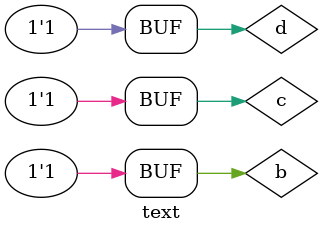
<source format=v>
module text();
reg b,c,d;
initial
begin
      b = 1'b0; c = 1'b1;
      #10 b = 1'b1;
end
initial
begin
      d = #20 (b & c);
end
initial 
begin
	  $monitor($time,"b=%d,c=%d,d=%d",b,c,d);
end 
endmodule

</source>
